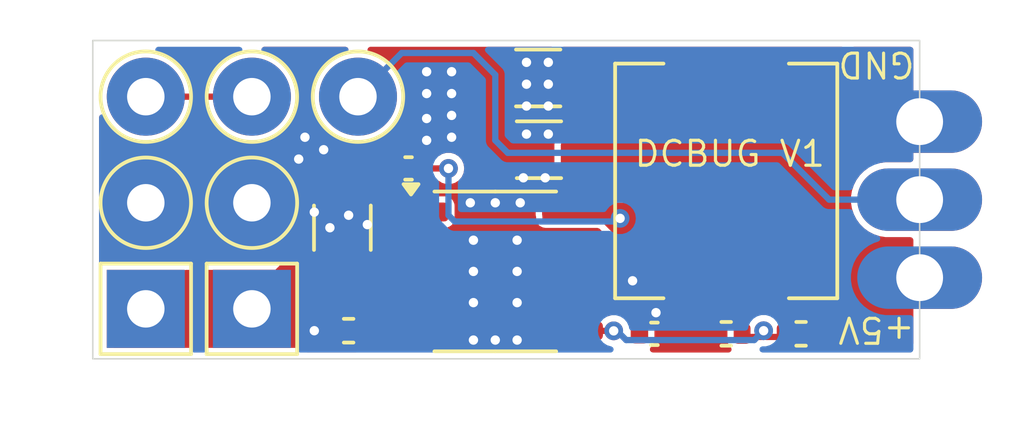
<source format=kicad_pcb>
(kicad_pcb (version 20240108) (generator "pcbnew") (generator_version "8.0")
  (layers (0 "F.Cu" signal) (31 "B.Cu" signal) (34 "B.Paste" user) (35 "F.Paste" user) (36 "B.SilkS" user "B.Silkscreen") (37 "F.SilkS" user "F.Silkscreen") (38 "B.Mask" user) (39 "F.Mask" user) (44 "Edge.Cuts" user))
  (net 0 "")
  (net 1 "GND")
  (net 2 "+36V")
  (net 3 "/DATA_IN")
  (net 4 "/BST")
  (net 5 "/SW")
  (net 6 "/+5V")
  (net 7 "/SS")
  (net 8 "/FB")
  (net 9 "/RT")
  (net 10 "/DATA_OUT")
  (footprint "TestPoint:TestPoint_THTPad_D2.5mm_Drill1.2mm" (layer "F.Cu") (at 131.9 100.6)
    (property "Reference" "J6" (hide yes))
    (property "Value" "Conn_01x01")
    (fp_circle (center 0 0) (end 0 1.45) (stroke (width 0.12)) (fill none) (layer "F.SilkS"))
    (pad "1" thru_hole circle (at 0 0) (size 2.5 2.5) (drill 1.2) (layers "*.Cu" "*.Mask") (net 10 "/DATA_OUT"))
  )
  (footprint "TestPoint:TestPoint_THTPad_2.5x2.5mm_Drill1.2mm" (layer "F.Cu") (at 131.9 107.4 180)
    (property "Reference" "J4" (hide yes))
    (property "Value" "Conn_01x01")
    (fp_line (start 1.45 1.45) (end -1.45 1.45) (stroke (width 0.12)) (layer "F.SilkS"))
    (fp_line (start 1.45 -1.45) (end 1.45 1.45) (stroke (width 0.12)) (layer "F.SilkS"))
    (fp_line (start -1.45 1.45) (end -1.45 -1.45) (stroke (width 0.12)) (layer "F.SilkS"))
    (fp_line (start -1.45 -1.45) (end 1.45 -1.45) (stroke (width 0.12)) (layer "F.SilkS"))
    (pad "1" thru_hole rect (at 0 0 180) (size 2.5 2.5) (drill 1.2) (layers "*.Cu" "*.Mask") (net 2 "+36V"))
  )
  (footprint "TestPoint:TestPoint_THTPad_2.5x2.5mm_Drill1.2mm" (layer "F.Cu") (at 135.3 107.4 180)
    (property "Reference" "J1" (hide yes))
    (property "Value" "Conn_01x01")
    (fp_line (start 1.45 1.45) (end -1.45 1.45) (stroke (width 0.12)) (layer "F.SilkS"))
    (fp_line (start 1.45 -1.45) (end 1.45 1.45) (stroke (width 0.12)) (layer "F.SilkS"))
    (fp_line (start -1.45 1.45) (end -1.45 -1.45) (stroke (width 0.12)) (layer "F.SilkS"))
    (fp_line (start -1.45 -1.45) (end 1.45 -1.45) (stroke (width 0.12)) (layer "F.SilkS"))
    (pad "1" thru_hole rect (at 0 0 180) (size 2.5 2.5) (drill 1.2) (layers "*.Cu" "*.Mask") (net 2 "+36V"))
  )
  (footprint "Resistor_SMD:R_0402_1005Metric" (layer "F.Cu") (at 152.9 108.2 180)
    (property "Reference" "R1" (hide yes))
    (property "Value" "115k, 1%")
    (fp_line (start -0.153641 0.38) (end 0.153641 0.38) (stroke (width 0.12)) (layer "F.SilkS"))
    (fp_line (start -0.153641 -0.38) (end 0.153641 -0.38) (stroke (width 0.12)) (layer "F.SilkS"))
    (pad "1" smd roundrect (at -0.51 0 180) (size 0.54 0.64) (layers "F.Cu" "F.Paste" "F.Mask") (net 6 "/+5V"))
    (pad "2" smd roundrect (at 0.51 0 180) (size 0.54 0.64) (layers "F.Cu" "F.Paste" "F.Mask") (net 8 "/FB"))
  )
  (footprint "Resistor_SMD:R_0402_1005Metric" (layer "F.Cu") (at 150.5 108.2 180)
    (property "Reference" "R2" (hide yes))
    (property "Value" "22k1, 1%")
    (fp_line (start -0.153641 0.38) (end 0.153641 0.38) (stroke (width 0.12)) (layer "F.SilkS"))
    (fp_line (start -0.153641 -0.38) (end 0.153641 -0.38) (stroke (width 0.12)) (layer "F.SilkS"))
    (pad "1" smd roundrect (at -0.51 0 180) (size 0.54 0.64) (layers "F.Cu" "F.Paste" "F.Mask") (net 8 "/FB"))
    (pad "2" smd roundrect (at 0.51 0 180) (size 0.54 0.64) (layers "F.Cu" "F.Paste" "F.Mask") (net 1 "GND"))
  )
  (footprint "Package_SO:SOIC-8-1EP_3.9x4.9mm_P1.27mm_EP2.62x3.51mm_ThermalVias" (layer "F.Cu") (at 143.1 106.2)
    (property "Reference" "U1" (hide yes))
    (property "Value" "~")
    (fp_line (start 0 -2.56) (end -1.95 -2.56) (stroke (width 0.12)) (layer "F.SilkS"))
    (fp_line (start 0 -2.56) (end 1.95 -2.56) (stroke (width 0.12)) (layer "F.SilkS"))
    (fp_line (start 0 2.56) (end -1.95 2.56) (stroke (width 0.12)) (layer "F.SilkS"))
    (fp_line (start 0 2.56) (end 1.95 2.56) (stroke (width 0.12)) (layer "F.SilkS"))
    (fp_poly (pts (xy -2.7 -2.465) (xy -2.94 -2.795) (xy -2.46 -2.795) (xy -2.7 -2.465)) (stroke (width 0.12)) (fill solid) (layer "F.SilkS"))
    (pad "1" smd roundrect (at -2.48 -1.905) (size 1.94 0.6) (layers "F.Cu" "F.Paste" "F.Mask") (net 4 "/BST"))
    (pad "2" smd roundrect (at -2.48 -0.635) (size 1.94 0.6) (layers "F.Cu" "F.Paste" "F.Mask") (net 2 "+36V"))
    (pad "3" smd roundrect (at -2.48 0.635) (size 1.94 0.6) (layers "F.Cu" "F.Paste" "F.Mask") (net 2 "+36V"))
    (pad "4" smd roundrect (at -2.48 1.905) (size 1.94 0.6) (layers "F.Cu" "F.Paste" "F.Mask") (net 9 "/RT"))
    (pad "5" smd roundrect (at 2.48 1.905) (size 1.94 0.6) (layers "F.Cu" "F.Paste" "F.Mask") (net 8 "/FB"))
    (pad "6" smd roundrect (at 2.48 0.635) (size 1.94 0.6) (layers "F.Cu" "F.Paste" "F.Mask") (net 7 "/SS"))
    (pad "7" smd roundrect (at 2.48 -0.635) (size 1.94 0.6) (layers "F.Cu" "F.Paste" "F.Mask") (net 1 "GND"))
    (pad "8" smd roundrect (at 2.48 -1.905) (size 1.94 0.6) (layers "F.Cu" "F.Paste" "F.Mask") (net 5 "/SW"))
    (pad "9" thru_hole circle (at -0.7 -1) (size 0.5 0.5) (drill 0.3) (property pad_prop_heatsink) (layers "*.Cu") (net 1 "GND"))
    (pad "9" thru_hole circle (at -0.7 0) (size 0.5 0.5) (drill 0.3) (property pad_prop_heatsink) (layers "*.Cu") (net 1 "GND"))
    (pad "9" thru_hole circle (at -0.7 1) (size 0.5 0.5) (drill 0.3) (property pad_prop_heatsink) (layers "*.Cu") (net 1 "GND"))
    (pad "9" smd rect (at 0 0) (size 1.9 2.5) (property pad_prop_heatsink) (layers "B.Cu") (net 1 "GND"))
    (pad "9" smd rect (at 0 0) (size 2.62 3.51) (property pad_prop_heatsink) (layers "F.Cu" "F.Mask") (net 1 "GND"))
    (pad "9" thru_hole circle (at 0.7 -1) (size 0.5 0.5) (drill 0.3) (property pad_prop_heatsink) (layers "*.Cu") (net 1 "GND"))
    (pad "9" thru_hole circle (at 0.7 0) (size 0.5 0.5) (drill 0.3) (property pad_prop_heatsink) (layers "*.Cu") (net 1 "GND"))
    (pad "9" thru_hole circle (at 0.7 1) (size 0.5 0.5) (drill 0.3) (property pad_prop_heatsink) (layers "*.Cu") (net 1 "GND"))
  )
  (footprint "TestPoint:TestPoint_THTPad_D2.5mm_Drill1.2mm" (layer "F.Cu") (at 138.7 100.6 180)
    (property "Reference" "J3" (hide yes))
    (property "Value" "Conn_01x01")
    (fp_circle (center 0 0) (end 0 1.45) (stroke (width 0.12)) (fill none) (layer "F.SilkS"))
    (pad "1" thru_hole circle (at 0 0 180) (size 2.5 2.5) (drill 1.2) (layers "*.Cu" "*.Mask") (net 3 "/DATA_IN"))
  )
  (footprint "Inductor_SMD:L_Sunlord_MWSA0603S" (layer "F.Cu") (at 150.5 103.3 90)
    (property "Reference" "L1" (hide yes))
    (property "Value" "5.5uH")
    (fp_line (start 3.76 -3.56) (end 3.76 -2.01) (stroke (width 0.12)) (layer "F.SilkS"))
    (fp_line (start -3.76 -3.56) (end 3.76 -3.56) (stroke (width 0.12)) (layer "F.SilkS"))
    (fp_line (start -3.76 -3.56) (end -3.76 -2.01) (stroke (width 0.12)) (layer "F.SilkS"))
    (fp_line (start 3.76 3.56) (end 3.76 2.01) (stroke (width 0.12)) (layer "F.SilkS"))
    (fp_line (start -3.76 3.56) (end -3.76 2.01) (stroke (width 0.12)) (layer "F.SilkS"))
    (fp_line (start -3.76 3.56) (end 3.76 3.56) (stroke (width 0.12)) (layer "F.SilkS"))
    (pad "1" smd rect (at -3.025 0 90) (size 2.35 3.5) (layers "F.Cu" "F.Paste" "F.Mask") (net 5 "/SW"))
    (pad "2" smd rect (at 3.025 0 90) (size 2.35 3.5) (layers "F.Cu" "F.Paste" "F.Mask") (net 6 "/+5V"))
  )
  (footprint "TestPoint:TestPoint_THTPad_D2.5mm_Drill1.2mm" (layer "F.Cu") (at 135.3 100.6)
    (property "Reference" "J7" (hide yes))
    (property "Value" "Conn_01x01")
    (fp_circle (center 0 0) (end 0 1.45) (stroke (width 0.12)) (fill none) (layer "F.SilkS"))
    (pad "1" thru_hole circle (at 0 0) (size 2.5 2.5) (drill 1.2) (layers "*.Cu" "*.Mask") (net 10 "/DATA_OUT"))
  )
  (footprint "Capacitor_SMD:C_0402_1005Metric" (layer "F.Cu") (at 140.32 102.9)
    (property "Reference" "C1" (hide yes))
    (property "Value" "100nF, 50V")
    (fp_line (start -0.107836 -0.36) (end 0.107836 -0.36) (stroke (width 0.12)) (layer "F.SilkS"))
    (fp_line (start -0.107836 0.36) (end 0.107836 0.36) (stroke (width 0.12)) (layer "F.SilkS"))
    (pad "1" smd roundrect (at -0.48 0) (size 0.56 0.62) (layers "F.Cu" "F.Paste" "F.Mask") (net 4 "/BST"))
    (pad "2" smd roundrect (at 0.48 0) (size 0.56 0.62) (layers "F.Cu" "F.Paste" "F.Mask") (net 5 "/SW"))
  )
  (footprint "Capacitor_SMD:C_0402_1005Metric" (layer "F.Cu") (at 148.2 108.2 180)
    (property "Reference" "C4" (hide yes))
    (property "Value" "10nF, 16V")
    (fp_line (start -0.107836 0.36) (end 0.107836 0.36) (stroke (width 0.12)) (layer "F.SilkS"))
    (fp_line (start -0.107836 -0.36) (end 0.107836 -0.36) (stroke (width 0.12)) (layer "F.SilkS"))
    (pad "1" smd roundrect (at -0.48 0 180) (size 0.56 0.62) (layers "F.Cu" "F.Paste" "F.Mask") (net 1 "GND"))
    (pad "2" smd roundrect (at 0.48 0 180) (size 0.56 0.62) (layers "F.Cu" "F.Paste" "F.Mask") (net 7 "/SS"))
  )
  (footprint "TestPoint:TestPoint_THTPad_D2.5mm_Drill1.2mm" (layer "F.Cu") (at 131.9 104 180)
    (property "Reference" "J5" (hide yes))
    (property "Value" "Conn_01x01")
    (fp_circle (center 0 0) (end 0 1.45) (stroke (width 0.12)) (fill none) (layer "F.SilkS"))
    (pad "1" thru_hole circle (at 0 0 180) (size 2.5 2.5) (drill 1.2) (layers "*.Cu" "*.Mask") (net 1 "GND"))
  )
  (footprint "DCBug:WS2812 castles" (layer "F.Cu") (at 156.7 106.4 90)
    (property "Reference" "J8" (hide yes))
    (property "Value" "Conn_01x01")
    (pad "1" thru_hole oval (at 0 0 90) (size 2 4) (drill 1.5) (layers "*.Cu" "*.Mask" "B.Paste") (net 6 "/+5V"))
    (pad "2" thru_hole oval (at 2.5 0 90) (size 2 4) (drill 1.5) (layers "*.Cu" "*.Mask") (net 3 "/DATA_IN"))
    (pad "3" thru_hole oval (at 5 0 90) (size 2 4) (drill 1.5) (layers "*.Cu" "*.Mask") (net 1 "GND"))
  )
  (footprint "Capacitor_SMD:C_1206_3216Metric" (layer "F.Cu") (at 144.475 100)
    (property "Reference" "C2" (hide yes))
    (property "Value" "22uF, 6.3V")
    (fp_line (start -0.711252 -0.91) (end 0.711252 -0.91) (stroke (width 0.12)) (layer "F.SilkS"))
    (fp_line (start -0.711252 0.91) (end 0.711252 0.91) (stroke (width 0.12)) (layer "F.SilkS"))
    (pad "1" smd roundrect (at -1.475 0) (size 1.15 1.8) (layers "F.Cu" "F.Paste" "F.Mask") (roundrect_rratio 0.217391) (net 1 "GND"))
    (pad "2" smd roundrect (at 1.475 0) (size 1.15 1.8) (layers "F.Cu" "F.Paste" "F.Mask") (roundrect_rratio 0.217391) (net 6 "/+5V"))
  )
  (footprint "Capacitor_SMD:C_1206_3216Metric" (layer "F.Cu") (at 144.5 102.3)
    (property "Reference" "C3" (hide yes))
    (property "Value" "22uF, 6.3V")
    (fp_line (start -0.711252 -0.91) (end 0.711252 -0.91) (stroke (width 0.12)) (layer "F.SilkS"))
    (fp_line (start -0.711252 0.91) (end 0.711252 0.91) (stroke (width 0.12)) (layer "F.SilkS"))
    (pad "1" smd roundrect (at -1.475 0) (size 1.15 1.8) (layers "F.Cu" "F.Paste" "F.Mask") (roundrect_rratio 0.217391) (net 1 "GND"))
    (pad "2" smd roundrect (at 1.475 0) (size 1.15 1.8) (layers "F.Cu" "F.Paste" "F.Mask") (roundrect_rratio 0.217391) (net 6 "/+5V"))
  )
  (footprint "Resistor_SMD:R_0402_1005Metric" (layer "F.Cu") (at 138.4 108.1 180)
    (property "Reference" "R3" (hide yes))
    (property "Value" "200k, 5%")
    (fp_line (start -0.153641 0.38) (end 0.153641 0.38) (stroke (width 0.12)) (layer "F.SilkS"))
    (fp_line (start -0.153641 -0.38) (end 0.153641 -0.38) (stroke (width 0.12)) (layer "F.SilkS"))
    (pad "1" smd roundrect (at -0.51 0 180) (size 0.54 0.64) (layers "F.Cu" "F.Paste" "F.Mask") (net 9 "/RT"))
    (pad "2" smd roundrect (at 0.51 0 180) (size 0.54 0.64) (layers "F.Cu" "F.Paste" "F.Mask") (net 1 "GND"))
  )
  (footprint "TestPoint:TestPoint_THTPad_D2.5mm_Drill1.2mm" (layer "F.Cu") (at 135.3 104 180)
    (property "Reference" "J2" (hide yes))
    (property "Value" "Conn_01x01")
    (fp_circle (center 0 0) (end 0 1.45) (stroke (width 0.12)) (fill none) (layer "F.SilkS"))
    (pad "1" thru_hole circle (at 0 0 180) (size 2.5 2.5) (drill 1.2) (layers "*.Cu" "*.Mask") (net 1 "GND"))
  )
  (footprint "Capacitor_SMD:C_1206_3216Metric" (layer "F.Cu") (at 138.2 104.8 -90)
    (property "Reference" "C5" (hide yes))
    (property "Value" "10uF, 50V")
    (fp_line (start -0.711252 0.91) (end 0.711252 0.91) (stroke (width 0.12)) (layer "F.SilkS"))
    (fp_line (start -0.711252 -0.91) (end 0.711252 -0.91) (stroke (width 0.12)) (layer "F.SilkS"))
    (pad "1" smd roundrect (at -1.475 0 270) (size 1.15 1.8) (layers "F.Cu" "F.Paste" "F.Mask") (roundrect_rratio 0.217391) (net 1 "GND"))
    (pad "2" smd roundrect (at 1.475 0 270) (size 1.15 1.8) (layers "F.Cu" "F.Paste" "F.Mask") (roundrect_rratio 0.217391) (net 2 "+36V"))
  )
  (gr_rect (start 130.2 98.8) (end 156.7 109) (stroke (width 0.05)) (fill none) (layer "Edge.Cuts"))
  (gr_text "+5V" (at 156.6 107.6 180) (layer "F.SilkS") (effects (font (size 0.8 0.8) (thickness 0.1)) (justify left bottom)))
  (gr_text "GND" (at 156.6 99.1 180) (layer "F.SilkS") (effects (font (size 0.8 0.8) (thickness 0.1)) (justify left bottom)))
  (gr_text "DCBUG V1" (at 147.5 102.9 0) (layer "F.SilkS") (effects (font (size 0.8 0.8) (thickness 0.1)) (justify left bottom)))
  (segment (start 149.4 108.3) (end 149.99 108.3) (width 0.2) (layer "F.Cu") (net 1))
  (segment (start 149.4 107.9) (end 148.629039 107.9) (width 0.2) (layer "F.Cu") (net 1))
  (segment (start 137.89 108.1) (end 137.3 108.1) (width 0.2) (layer "F.Cu") (net 1))
  (segment (start 149.4 108.3) (end 149.4 107.9) (width 0.2) (layer "F.Cu") (net 1))
  (segment (start 149.3 107.8) (end 148.45 107.8) (width 0.2) (layer "F.Cu") (net 1))
  (segment (start 146.215 105.565) (end 145.58 105.565) (width 0.2) (layer "F.Cu") (net 1))
  (segment (start 143.735 105.565) (end 143.1 106.2) (width 0.2) (layer "F.Cu") (net 1))
  (segment (start 149.4 107.9) (end 149.3 107.8) (width 0.2) (layer "F.Cu") (net 1))
  (segment (start 145.58 105.565) (end 143.735 105.565) (width 0.2) (layer "F.Cu") (net 1))
  (segment (start 148.629039 107.9) (end 148.250457 107.521418) (width 0.2) (layer "F.Cu") (net 1))
  (segment (start 148.68 108.3) (end 149.4 108.3) (width 0.2) (layer "F.Cu") (net 1))
  (via (at 142.3 104) (size 0.6) (drill 0.3) (layers "F.Cu" "B.Cu") (net 1))
  (via (at 140.9 102) (size 0.6) (drill 0.3) (layers "F.Cu" "B.Cu") (net 1))
  (via (at 143.1 108.4) (size 0.6) (drill 0.3) (layers "F.Cu" "B.Cu") (net 1))
  (via (at 144.7 103.2) (size 0.6) (drill 0.3) (layers "F.Cu" "B.Cu") (net 1))
  (via (at 144.1 100.9) (size 0.6) (drill 0.3) (layers "F.Cu" "B.Cu") (net 1))
  (via (at 143.8 108.4) (size 0.6) (drill 0.3) (layers "F.Cu" "B.Cu") (net 1))
  (via (at 136.8 102.6) (size 0.6) (drill 0.3) (layers "F.Cu" "B.Cu") (net 1))
  (via (at 144.1 100.2) (size 0.6) (drill 0.3) (layers "F.Cu" "B.Cu") (net 1))
  (via (at 137 101.9) (size 0.6) (drill 0.3) (layers "F.Cu" "B.Cu") (net 1))
  (via (at 144.8 99.5) (size 0.6) (drill 0.3) (layers "F.Cu" "B.Cu") (net 1))
  (via (at 142.4 108.4) (size 0.6) (drill 0.3) (layers "F.Cu" "B.Cu") (net 1))
  (via (at 141.7 100.5) (size 0.6) (drill 0.3) (layers "F.Cu" "B.Cu") (net 1))
  (via (at 138.4 104.4) (size 0.6) (drill 0.3) (layers "F.Cu" "B.Cu") (net 1))
  (via (at 144.8 100.9) (size 0.6) (drill 0.3) (layers "F.Cu" "B.Cu") (net 1))
  (via (at 148.250457 107.521418) (size 0.6) (drill 0.3) (layers "F.Cu" "B.Cu") (net 1))
  (via (at 144.1 99.5) (size 0.6) (drill 0.3) (layers "F.Cu" "B.Cu") (net 1))
  (via (at 147.5 106.5) (size 0.6) (drill 0.3) (layers "F.Cu" "B.Cu") (net 1))
  (via (at 144 103.2) (size 0.6) (drill 0.3) (layers "F.Cu" "B.Cu") (net 1))
  (via (at 143.1 104) (size 0.6) (drill 0.3) (layers "F.Cu" "B.Cu") (net 1))
  (via (at 141.7 101.2) (size 0.6) (drill 0.3) (layers "F.Cu" "B.Cu") (net 1))
  (via (at 143.9 104) (size 0.6) (drill 0.3) (layers "F.Cu" "B.Cu") (net 1))
  (via (at 139 104.7) (size 0.6) (drill 0.3) (layers "F.Cu" "B.Cu") (net 1))
  (via (at 137.6 102.3) (size 0.6) (drill 0.3) (layers "F.Cu" "B.Cu") (net 1))
  (via (at 140.9 99.8) (size 0.6) (drill 0.3) (layers "F.Cu" "B.Cu") (net 1))
  (via (at 144.1 101.8) (size 0.6) (drill 0.3) (layers "F.Cu" "B.Cu") (net 1))
  (via (at 137.3 108.1) (size 0.6) (drill 0.3) (layers "F.Cu" "B.Cu") (net 1))
  (via (at 141.7 101.9) (size 0.6) (drill 0.3) (layers "F.Cu" "B.Cu") (net 1))
  (via (at 140.9 100.5) (size 0.6) (drill 0.3) (layers "F.Cu" "B.Cu") (net 1))
  (via (at 140.9 101.3) (size 0.6) (drill 0.3) (layers "F.Cu" "B.Cu") (net 1))
  (via (at 137.8 104.8) (size 0.6) (drill 0.3) (layers "F.Cu" "B.Cu") (net 1))
  (via (at 144.8 101.8) (size 0.6) (drill 0.3) (layers "F.Cu" "B.Cu") (net 1))
  (via (at 141.7 99.8) (size 0.6) (drill 0.3) (layers "F.Cu" "B.Cu") (net 1))
  (via (at 137.3 104.3) (size 0.6) (drill 0.3) (layers "F.Cu" "B.Cu") (net 1))
  (via (at 144.8 100.2) (size 0.6) (drill 0.3) (layers "F.Cu" "B.Cu") (net 1))
  (segment (start 143.1 99.9) (end 143.1 102) (width 0.2) (layer "B.Cu") (net 3))
  (segment (start 140.9 99.2) (end 142.4 99.2) (width 0.2) (layer "B.Cu") (net 3))
  (segment (start 140.9 99.2) (end 140.1 99.2) (width 0.2) (layer "B.Cu") (net 3))
  (segment (start 143.1 102) (end 143.5 102.4) (width 0.2) (layer "B.Cu") (net 3))
  (segment (start 143.5 102.4) (end 152.3 102.4) (width 0.2) (layer "B.Cu") (net 3))
  (segment (start 152.3 102.4) (end 153.8 103.9) (width 0.2) (layer "B.Cu") (net 3))
  (segment (start 140.1 99.2) (end 138.7 100.6) (width 0.2) (layer "B.Cu") (net 3))
  (segment (start 142.4 99.2) (end 143.1 99.9) (width 0.2) (layer "B.Cu") (net 3))
  (segment (start 153.8 103.9) (end 156.4 103.9) (width 0.2) (layer "B.Cu") (net 3))
  (segment (start 146.895 104.295) (end 147.1 104.5) (width 0.2) (layer "F.Cu") (net 5))
  (segment (start 145.58 104.295) (end 146.895 104.295) (width 0.2) (layer "F.Cu") (net 5))
  (segment (start 141.4 102.9) (end 141.6 102.9) (width 0.2) (layer "F.Cu") (net 5))
  (segment (start 140.8 102.9) (end 141.4 102.9) (width 0.2) (layer "F.Cu") (net 5))
  (via (at 141.6 102.9) (size 0.6) (drill 0.3) (layers "F.Cu" "B.Cu") (net 5))
  (via (at 147.1 104.5) (size 0.6) (drill 0.3) (layers "F.Cu" "B.Cu") (net 5))
  (segment (start 141.8 104.6) (end 147 104.6) (width 0.2) (layer "B.Cu") (net 5))
  (segment (start 141.6 102.9) (end 141.6 104.4) (width 0.2) (layer "B.Cu") (net 5))
  (segment (start 147 104.6) (end 147.1 104.5) (width 0.2) (layer "B.Cu") (net 5))
  (segment (start 141.6 104.4) (end 141.8 104.6) (width 0.2) (layer "B.Cu") (net 5))
  (segment (start 146.655 106.835) (end 145.58 106.835) (width 0.2) (layer "F.Cu") (net 7))
  (segment (start 147.72 108.3) (end 147.72 107.9) (width 0.2) (layer "F.Cu") (net 7))
  (segment (start 147.56 107.74) (end 146.655 106.835) (width 0.2) (layer "F.Cu") (net 7))
  (segment (start 147.72 107.9) (end 147.56 107.74) (width 0.2) (layer "F.Cu") (net 7))
  (segment (start 145.58 108.105) (end 146.895 108.105) (width 0.2) (layer "F.Cu") (net 8))
  (segment (start 151.01 108.3) (end 151.7 108.3) (width 0.2) (layer "F.Cu") (net 8))
  (segment (start 151.7 108.3) (end 151.7 108.2) (width 0.2) (layer "F.Cu") (net 8))
  (segment (start 152.39 108.3) (end 151.8 108.3) (width 0.2) (layer "F.Cu") (net 8))
  (segment (start 151.8 108.3) (end 151.7 108.2) (width 0.2) (layer "F.Cu") (net 8))
  (segment (start 146.895 108.105) (end 146.9 108.1) (width 0.2) (layer "F.Cu") (net 8))
  (via (at 146.895 108.105) (size 0.6) (drill 0.3) (layers "F.Cu" "B.Cu") (net 8))
  (via (at 151.7 108.1) (size 0.6) (drill 0.3) (layers "F.Cu" "B.Cu") (net 8))
  (segment (start 146.895 108.105) (end 147 108.105) (width 0.2) (layer "B.Cu") (net 8))
  (segment (start 151.605 108.105) (end 151.7 108.2) (width 0.2) (layer "B.Cu") (net 8))
  (segment (start 147 108.105) (end 147.295 108.4) (width 0.2) (layer "B.Cu") (net 8))
  (segment (start 147.295 108.4) (end 151.4 108.4) (width 0.2) (layer "B.Cu") (net 8))
  (segment (start 151.4 108.4) (end 151.7 108.1) (width 0.2) (layer "B.Cu") (net 8))
  (segment (start 138.91 108.1) (end 140.615 108.1) (width 0.2) (layer "F.Cu") (net 9))
  (segment (start 140.615 108.1) (end 140.62 108.105) (width 0.2) (layer "F.Cu") (net 9))
  (segment (start 135.3 100.6) (end 131.9 100.6) (width 0.2) (layer "F.Cu") (net 10))
  (zone (net 5) (net_name "/SW") (layer "F.Cu") (priority 50) (connect_pads yes (clearance 0.2)) (min_thickness 0.2) (fill yes (thermal_gap 0.5) (thermal_bridge_width 0.5))
    (polygon (pts (xy 144.6 104.6) (xy 146.5 104.6) (xy 148.7 106.8) (xy 148.7 107.5) (xy 152.3 107.5) (xy 152.3 105.1) (xy 151.2 104) (xy 144.6 104)))
  )
  (zone (net 6) (net_name "/+5V") (layer "F.Cu") (priority 49) (connect_pads yes (clearance 0.2)) (min_thickness 0.2) (fill yes (thermal_gap 0.5) (thermal_bridge_width 0.5))
    (polygon (pts (xy 145.2 99) (xy 154.3 99) (xy 154.3 102) (xy 156.85 104.55) (xy 156.6 104.55) (xy 156.6 108.6) (xy 153 108.6) (xy 152.6 108.6) (xy 152.6 104.9) (xy 151.3 103.6) (xy 145.2 103.6)))
  )
  (zone (net 0) (net_name "") (layer "F.Cu") (connect_pads yes (clearance 0)) (min_thickness 0.2)
    (keepout (tracks allowed) (vias allowed) (pads allowed) (copperpour not_allowed) (footprints allowed))
    (fill (thermal_gap 0.5) (thermal_bridge_width 0.5))
    (polygon (pts (xy 145.3 103.5) (xy 145.7 103.5) (xy 145.7 103.8) (xy 145.3 103.8)))
  )
  (zone (net 4) (net_name "/BST") (layer "F.Cu") (priority 10) (connect_pads yes (clearance 0.2)) (min_thickness 0.2) (fill yes (thermal_gap 0.5) (thermal_bridge_width 0.5))
    (polygon (pts (xy 141.59 104.595) (xy 139.65 104.595) (xy 139.56 104.505) (xy 139.56 102.59) (xy 140.12 102.59) (xy 140.12 103.82) (xy 140.3 104) (xy 141.585 104) (xy 141.59 103.995)))
  )
  (zone (net 2) (net_name "+36V") (layer "F.Cu") (name "40") (connect_pads yes (clearance 0.2)) (min_thickness 0.2) (fill yes (thermal_gap 0.5) (thermal_bridge_width 0.5))
    (polygon (pts (xy 130.65 108.65) (xy 136.8 108.65) (xy 136.8 107.3) (xy 136.965 107.135) (xy 141.59 107.135) (xy 141.59 105.265) (xy 139.465 105.265) (xy 139.5 105.3) (xy 136.9 105.3) (xy 136.05 106.15) (xy 133.15 106.15)))
  )
  (zone (net 1) (net_name "GND") (layers "F&B.Cu") (connect_pads yes (clearance 0.2)) (min_thickness 0.2) (fill yes (thermal_gap 0.5) (thermal_bridge_width 0.5))
    (polygon (pts (xy 156.7 98.8) (xy 130.2 98.8) (xy 130.2 109) (xy 156.7 109)))
  )
)
</source>
